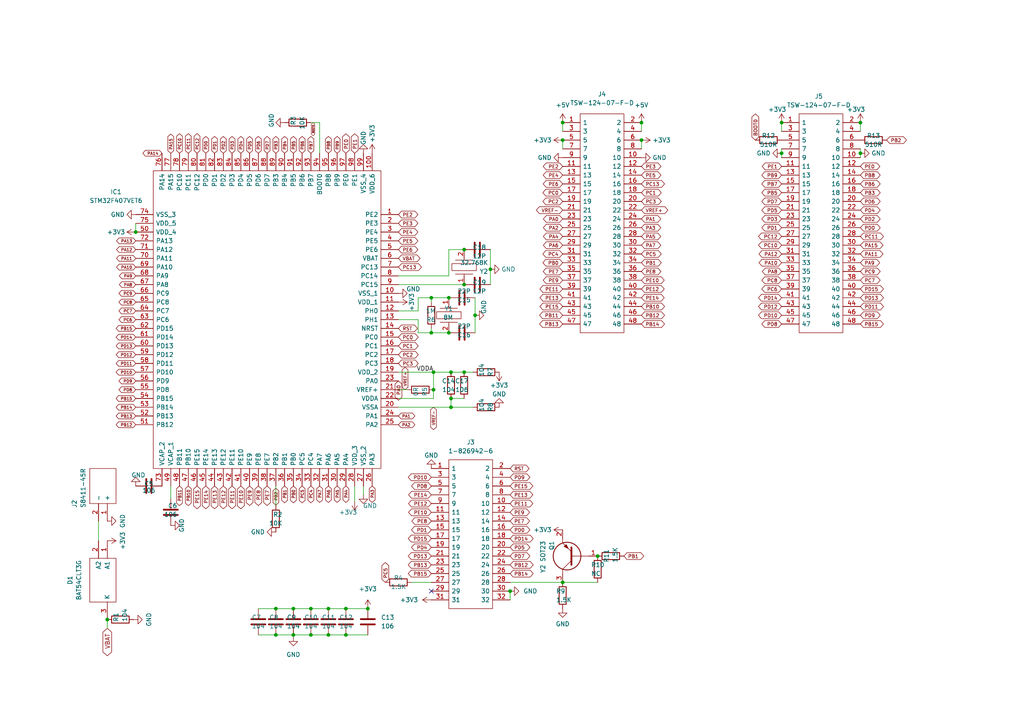
<source format=kicad_sch>
(kicad_sch (version 20211123) (generator eeschema)
  (paper "A4")
  (lib_symbols
    (symbol "Device:C" (pin_numbers hide) (pin_names (offset 0.254))
      (property "Reference" "C" (at 0.635 2.54 0))
      (property "Value" "C" (at 0.635 -2.54 0))
      (symbol "C_1_1"
        (pin passive line (at 0 3.81 270) (length 2.794) (name "~") (number "1"))
        (pin passive line (at 0 -3.81 90) (length 2.794) (name "~") (number "2"))
      )
    )
    (symbol "Device:R" (pin_numbers hide) (pin_names (offset 0))
      (property "Reference" "R" (at 2.032 0 90))
      (property "Value" "R" (at 0 0 90))
      (symbol "R_1_1"
        (pin passive line (at 0 3.81 270) (length 1.27) (name "~") (number "1"))
        (pin passive line (at 0 -3.81 90) (length 1.27) (name "~") (number "2"))
      )
    )
    (symbol "SamacSys_Parts:1-826942-6" (pin_names (offset 0.762))
      (property "Reference" "J" (at 19.05 7.62 0))
      (property "Value" "1-826942-6" (at 19.05 5.08 0))
      (symbol "1-826942-6_0_0"
        (pin passive line (at 0 0 0) (length 5.08) (name "1") (number "1"))
        (pin passive line (at 22.86 -10.16 180) (length 5.08) (name "10") (number "10"))
        (pin passive line (at 0 -12.7 0) (length 5.08) (name "11") (number "11"))
        (pin passive line (at 22.86 -12.7 180) (length 5.08) (name "12") (number "12"))
        (pin passive line (at 0 -15.24 0) (length 5.08) (name "13") (number "13"))
        (pin passive line (at 22.86 -15.24 180) (length 5.08) (name "14") (number "14"))
        (pin passive line (at 0 -17.78 0) (length 5.08) (name "15") (number "15"))
        (pin passive line (at 22.86 -17.78 180) (length 5.08) (name "16") (number "16"))
        (pin passive line (at 0 -20.32 0) (length 5.08) (name "17") (number "17"))
        (pin passive line (at 22.86 -20.32 180) (length 5.08) (name "18") (number "18"))
        (pin passive line (at 0 -22.86 0) (length 5.08) (name "19") (number "19"))
        (pin passive line (at 22.86 0 180) (length 5.08) (name "2") (number "2"))
        (pin passive line (at 22.86 -22.86 180) (length 5.08) (name "20") (number "20"))
        (pin passive line (at 0 -25.4 0) (length 5.08) (name "21") (number "21"))
        (pin passive line (at 22.86 -25.4 180) (length 5.08) (name "22") (number "22"))
        (pin passive line (at 0 -27.94 0) (length 5.08) (name "23") (number "23"))
        (pin passive line (at 22.86 -27.94 180) (length 5.08) (name "24") (number "24"))
        (pin passive line (at 0 -30.48 0) (length 5.08) (name "25") (number "25"))
        (pin passive line (at 22.86 -30.48 180) (length 5.08) (name "26") (number "26"))
        (pin passive line (at 0 -33.02 0) (length 5.08) (name "27") (number "27"))
        (pin passive line (at 22.86 -33.02 180) (length 5.08) (name "28") (number "28"))
        (pin passive line (at 0 -35.56 0) (length 5.08) (name "29") (number "29"))
        (pin passive line (at 0 -2.54 0) (length 5.08) (name "3") (number "3"))
        (pin passive line (at 22.86 -35.56 180) (length 5.08) (name "30") (number "30"))
        (pin passive line (at 0 -38.1 0) (length 5.08) (name "31") (number "31"))
        (pin passive line (at 22.86 -38.1 180) (length 5.08) (name "32") (number "32"))
        (pin passive line (at 22.86 -2.54 180) (length 5.08) (name "4") (number "4"))
        (pin passive line (at 0 -5.08 0) (length 5.08) (name "5") (number "5"))
        (pin passive line (at 22.86 -5.08 180) (length 5.08) (name "6") (number "6"))
        (pin passive line (at 0 -7.62 0) (length 5.08) (name "7") (number "7"))
        (pin passive line (at 22.86 -7.62 180) (length 5.08) (name "8") (number "8"))
        (pin passive line (at 0 -10.16 0) (length 5.08) (name "9") (number "9"))
      )
    )
    (symbol "SamacSys_Parts:BAT54CLT3G" (pin_names (offset 0.762))
      (property "Reference" "D" (at 19.05 7.62 0))
      (property "Value" "BAT54CLT3G" (at 19.05 5.08 0))
      (symbol "BAT54CLT3G_0_0"
        (pin passive line (at 0 0 0) (length 5.08) (name "A1") (number "1"))
        (pin passive line (at 0 -2.54 0) (length 5.08) (name "A2") (number "2"))
        (pin passive line (at 22.86 0 180) (length 5.08) (name "K") (number "3"))
      )
    )
    (symbol "SamacSys_Parts:LFXTAL057135Bulk" (pin_names (offset 0.762))
      (property "Reference" "Y" (at 8.89 6.35 0))
      (property "Value" "LFXTAL057135Bulk" (at 8.89 3.81 0))
      (symbol "LFXTAL057135Bulk_0_0"
        (pin passive line (at 0 0 0) (length 2.54) (name "~") (number "1"))
        (pin passive line (at 10.16 0 180) (length 2.54) (name "~") (number "2"))
      )
    )
    (symbol "SamacSys_Parts:MMBT3906-7-F" (pin_names (offset 0.762))
      (property "Reference" "Q" (at 13.97 1.27 0))
      (property "Value" "MMBT3906-7-F" (at 13.97 -1.27 0))
      (symbol "MMBT3906-7-F_0_0"
        (pin passive line (at 0 0 0) (length 2.54) (name "~") (number "1"))
        (pin passive line (at 10.16 -7.62 90) (length 2.54) (name "~") (number "2"))
        (pin passive line (at 10.16 7.62 270) (length 2.54) (name "~") (number "3"))
      )
    )
    (symbol "SamacSys_Parts:S8411-45R" (pin_names (offset 0.762))
      (property "Reference" "J" (at 16.51 7.62 0))
      (property "Value" "S8411-45R" (at 16.51 5.08 0))
      (symbol "S8411-45R_0_0"
        (pin passive line (at 0 -2.54 0) (length 5.08) (name "+") (number "1"))
        (pin passive line (at 0 0 0) (length 5.08) (name "-") (number "2"))
      )
    )
    (symbol "SamacSys_Parts:STM32F407VET6" (pin_names (offset 0.762))
      (property "Reference" "IC" (at 72.39 17.78 0))
      (property "Value" "STM32F407VET6" (at 72.39 15.24 0))
      (symbol "STM32F407VET6_0_0"
        (pin passive line (at 0 0 0) (length 5.08) (name "PE2") (number "1"))
        (pin passive line (at 0 -22.86 0) (length 5.08) (name "VSS_1") (number "10"))
        (pin passive line (at 7.62 17.78 270) (length 5.08) (name "VDD_6") (number "100"))
        (pin passive line (at 0 -25.4 0) (length 5.08) (name "VDD_1") (number "11"))
        (pin passive line (at 0 -27.94 0) (length 5.08) (name "PH0") (number "12"))
        (pin passive line (at 0 -30.48 0) (length 5.08) (name "PH1") (number "13"))
        (pin passive line (at 0 -33.02 0) (length 5.08) (name "NRST") (number "14"))
        (pin passive line (at 0 -35.56 0) (length 5.08) (name "PC0") (number "15"))
        (pin passive line (at 0 -38.1 0) (length 5.08) (name "PC1") (number "16"))
        (pin passive line (at 0 -40.64 0) (length 5.08) (name "PC2") (number "17"))
        (pin passive line (at 0 -43.18 0) (length 5.08) (name "PC3") (number "18"))
        (pin passive line (at 0 -45.72 0) (length 5.08) (name "VDD_2") (number "19"))
        (pin passive line (at 0 -2.54 0) (length 5.08) (name "PE3") (number "2"))
        (pin passive line (at 0 -55.88 0) (length 5.08) (name "VSSA") (number "20"))
        (pin passive line (at 0 -50.8 0) (length 5.08) (name "VREF+") (number "21"))
        (pin passive line (at 0 -53.34 0) (length 5.08) (name "VDDA") (number "22"))
        (pin passive line (at 0 -48.26 0) (length 5.08) (name "PA0") (number "23"))
        (pin passive line (at 0 -58.42 0) (length 5.08) (name "PA1") (number "24"))
        (pin passive line (at 0 -60.96 0) (length 5.08) (name "PA2") (number "25"))
        (pin passive line (at 7.62 -78.74 90) (length 5.08) (name "PA3") (number "26"))
        (pin passive line (at 10.16 -78.74 90) (length 5.08) (name "VSS_2") (number "27"))
        (pin passive line (at 12.7 -78.74 90) (length 5.08) (name "VDD_3") (number "28"))
        (pin passive line (at 15.24 -78.74 90) (length 5.08) (name "PA4") (number "29"))
        (pin passive line (at 0 -5.08 0) (length 5.08) (name "PE4") (number "3"))
        (pin passive line (at 17.78 -78.74 90) (length 5.08) (name "PA5") (number "30"))
        (pin passive line (at 20.32 -78.74 90) (length 5.08) (name "PA6") (number "31"))
        (pin passive line (at 22.86 -78.74 90) (length 5.08) (name "PA7") (number "32"))
        (pin passive line (at 25.4 -78.74 90) (length 5.08) (name "PC4") (number "33"))
        (pin passive line (at 27.94 -78.74 90) (length 5.08) (name "PC5") (number "34"))
        (pin passive line (at 30.48 -78.74 90) (length 5.08) (name "PB0") (number "35"))
        (pin passive line (at 33.02 -78.74 90) (length 5.08) (name "PB1") (number "36"))
        (pin passive line (at 35.56 -78.74 90) (length 5.08) (name "PB2") (number "37"))
        (pin passive line (at 38.1 -78.74 90) (length 5.08) (name "PE7") (number "38"))
        (pin passive line (at 40.64 -78.74 90) (length 5.08) (name "PE8") (number "39"))
        (pin passive line (at 0 -7.62 0) (length 5.08) (name "PE5") (number "4"))
        (pin passive line (at 43.18 -78.74 90) (length 5.08) (name "PE9") (number "40"))
        (pin passive line (at 45.72 -78.74 90) (length 5.08) (name "PE10") (number "41"))
        (pin passive line (at 48.26 -78.74 90) (length 5.08) (name "PE11") (number "42"))
        (pin passive line (at 50.8 -78.74 90) (length 5.08) (name "PE12") (number "43"))
        (pin passive line (at 53.34 -78.74 90) (length 5.08) (name "PE13") (number "44"))
        (pin passive line (at 55.88 -78.74 90) (length 5.08) (name "PE14") (number "45"))
        (pin passive line (at 58.42 -78.74 90) (length 5.08) (name "PE15") (number "46"))
        (pin passive line (at 60.96 -78.74 90) (length 5.08) (name "PB10") (number "47"))
        (pin passive line (at 63.5 -78.74 90) (length 5.08) (name "PB11") (number "48"))
        (pin passive line (at 66.04 -78.74 90) (length 5.08) (name "VCAP_1") (number "49"))
        (pin passive line (at 0 -10.16 0) (length 5.08) (name "PE6") (number "5"))
        (pin passive line (at 76.2 -5.08 180) (length 5.08) (name "VDD_4") (number "50"))
        (pin passive line (at 76.2 -60.96 180) (length 5.08) (name "PB12") (number "51"))
        (pin passive line (at 76.2 -58.42 180) (length 5.08) (name "PB13") (number "52"))
        (pin passive line (at 76.2 -55.88 180) (length 5.08) (name "PB14") (number "53"))
        (pin passive line (at 76.2 -53.34 180) (length 5.08) (name "PB15") (number "54"))
        (pin passive line (at 76.2 -50.8 180) (length 5.08) (name "PD8") (number "55"))
        (pin passive line (at 76.2 -48.26 180) (length 5.08) (name "PD9") (number "56"))
        (pin passive line (at 76.2 -45.72 180) (length 5.08) (name "PD10") (number "57"))
        (pin passive line (at 76.2 -43.18 180) (length 5.08) (name "PD11") (number "58"))
        (pin passive line (at 76.2 -40.64 180) (length 5.08) (name "PD12") (number "59"))
        (pin passive line (at 0 -12.7 0) (length 5.08) (name "VBAT") (number "6"))
        (pin passive line (at 76.2 -38.1 180) (length 5.08) (name "PD13") (number "60"))
        (pin passive line (at 76.2 -35.56 180) (length 5.08) (name "PD14") (number "61"))
        (pin passive line (at 76.2 -33.02 180) (length 5.08) (name "PD15") (number "62"))
        (pin passive line (at 76.2 -30.48 180) (length 5.08) (name "PC6") (number "63"))
        (pin passive line (at 76.2 -27.94 180) (length 5.08) (name "PC7") (number "64"))
        (pin passive line (at 76.2 -25.4 180) (length 5.08) (name "PC8") (number "65"))
        (pin passive line (at 76.2 -22.86 180) (length 5.08) (name "PC9") (number "66"))
        (pin passive line (at 76.2 -20.32 180) (length 5.08) (name "PA8") (number "67"))
        (pin passive line (at 76.2 -17.78 180) (length 5.08) (name "PA9") (number "68"))
        (pin passive line (at 76.2 -15.24 180) (length 5.08) (name "PA10") (number "69"))
        (pin passive line (at 0 -15.24 0) (length 5.08) (name "PC13") (number "7"))
        (pin passive line (at 76.2 -12.7 180) (length 5.08) (name "PA11") (number "70"))
        (pin passive line (at 76.2 -10.16 180) (length 5.08) (name "PA12") (number "71"))
        (pin passive line (at 76.2 -7.62 180) (length 5.08) (name "PA13") (number "72"))
        (pin passive line (at 68.58 -78.74 90) (length 5.08) (name "VCAP_2") (number "73"))
        (pin passive line (at 76.2 0 180) (length 5.08) (name "VSS_3") (number "74"))
        (pin passive line (at 76.2 -2.54 180) (length 5.08) (name "VDD_5") (number "75"))
        (pin passive line (at 68.58 17.78 270) (length 5.08) (name "PA14") (number "76"))
        (pin passive line (at 66.04 17.78 270) (length 5.08) (name "PA15") (number "77"))
        (pin passive line (at 63.5 17.78 270) (length 5.08) (name "PC10") (number "78"))
        (pin passive line (at 60.96 17.78 270) (length 5.08) (name "PC11") (number "79"))
        (pin passive line (at 0 -17.78 0) (length 5.08) (name "PC14") (number "8"))
        (pin passive line (at 58.42 17.78 270) (length 5.08) (name "PC12") (number "80"))
        (pin passive line (at 55.88 17.78 270) (length 5.08) (name "PD0") (number "81"))
        (pin passive line (at 53.34 17.78 270) (length 5.08) (name "PD1") (number "82"))
        (pin passive line (at 50.8 17.78 270) (length 5.08) (name "PD2") (number "83"))
        (pin passive line (at 48.26 17.78 270) (length 5.08) (name "PD3") (number "84"))
        (pin passive line (at 45.72 17.78 270) (length 5.08) (name "PD4") (number "85"))
        (pin passive line (at 43.18 17.78 270) (length 5.08) (name "PD5") (number "86"))
        (pin passive line (at 40.64 17.78 270) (length 5.08) (name "PD6") (number "87"))
        (pin passive line (at 38.1 17.78 270) (length 5.08) (name "PD7") (number "88"))
        (pin passive line (at 35.56 17.78 270) (length 5.08) (name "PB3") (number "89"))
        (pin passive line (at 0 -20.32 0) (length 5.08) (name "PC15") (number "9"))
        (pin passive line (at 33.02 17.78 270) (length 5.08) (name "PB4") (number "90"))
        (pin passive line (at 30.48 17.78 270) (length 5.08) (name "PB5") (number "91"))
        (pin passive line (at 27.94 17.78 270) (length 5.08) (name "PB6") (number "92"))
        (pin passive line (at 25.4 17.78 270) (length 5.08) (name "PB7") (number "93"))
        (pin passive line (at 22.86 17.78 270) (length 5.08) (name "BOOT0") (number "94"))
        (pin passive line (at 20.32 17.78 270) (length 5.08) (name "PB8") (number "95"))
        (pin passive line (at 17.78 17.78 270) (length 5.08) (name "PB9") (number "96"))
        (pin passive line (at 15.24 17.78 270) (length 5.08) (name "PE0") (number "97"))
        (pin passive line (at 12.7 17.78 270) (length 5.08) (name "PE1") (number "98"))
        (pin passive line (at 10.16 17.78 270) (length 5.08) (name "VSS_4") (number "99"))
      )
    )
    (symbol "SamacSys_Parts:TSW-124-07-F-D" (pin_names (offset 0.762))
      (property "Reference" "J" (at 19.05 7.62 0))
      (property "Value" "TSW-124-07-F-D" (at 19.05 5.08 0))
      (symbol "TSW-124-07-F-D_0_0"
        (pin passive line (at 0 0 0) (length 5.08) (name "1") (number "1"))
        (pin passive line (at 22.86 -10.16 180) (length 5.08) (name "10") (number "10"))
        (pin passive line (at 0 -12.7 0) (length 5.08) (name "11") (number "11"))
        (pin passive line (at 22.86 -12.7 180) (length 5.08) (name "12") (number "12"))
        (pin passive line (at 0 -15.24 0) (length 5.08) (name "13") (number "13"))
        (pin passive line (at 22.86 -15.24 180) (length 5.08) (name "14") (number "14"))
        (pin passive line (at 0 -17.78 0) (length 5.08) (name "15") (number "15"))
        (pin passive line (at 22.86 -17.78 180) (length 5.08) (name "16") (number "16"))
        (pin passive line (at 0 -20.32 0) (length 5.08) (name "17") (number "17"))
        (pin passive line (at 22.86 -20.32 180) (length 5.08) (name "18") (number "18"))
        (pin passive line (at 0 -22.86 0) (length 5.08) (name "19") (number "19"))
        (pin passive line (at 22.86 0 180) (length 5.08) (name "2") (number "2"))
        (pin passive line (at 22.86 -22.86 180) (length 5.08) (name "20") (number "20"))
        (pin passive line (at 0 -25.4 0) (length 5.08) (name "21") (number "21"))
        (pin passive line (at 22.86 -25.4 180) (length 5.08) (name "22") (number "22"))
        (pin passive line (at 0 -27.94 0) (length 5.08) (name "23") (number "23"))
        (pin passive line (at 22.86 -27.94 180) (length 5.08) (name "24") (number "24"))
        (pin passive line (at 0 -30.48 0) (length 5.08) (name "25") (number "25"))
        (pin passive line (at 22.86 -30.48 180) (length 5.08) (name "26") (number "26"))
        (pin passive line (at 0 -33.02 0) (length 5.08) (name "27") (number "27"))
        (pin passive line (at 22.86 -33.02 180) (length 5.08) (name "28") (number "28"))
        (pin passive line (at 0 -35.56 0) (length 5.08) (name "29") (number "29"))
        (pin passive line (at 0 -2.54 0) (length 5.08) (name "3") (number "3"))
        (pin passive line (at 22.86 -35.56 180) (length 5.08) (name "30") (number "30"))
        (pin passive line (at 0 -38.1 0) (length 5.08) (name "31") (number "31"))
        (pin passive line (at 22.86 -38.1 180) (length 5.08) (name "32") (number "32"))
        (pin passive line (at 0 -40.64 0) (length 5.08) (name "33") (number "33"))
        (pin passive line (at 22.86 -40.64 180) (length 5.08) (name "34") (number "34"))
        (pin passive line (at 0 -43.18 0) (length 5.08) (name "35") (number "35"))
        (pin passive line (at 22.86 -43.18 180) (length 5.08) (name "36") (number "36"))
        (pin passive line (at 0 -45.72 0) (length 5.08) (name "37") (number "37"))
        (pin passive line (at 22.86 -45.72 180) (length 5.08) (name "38") (number "38"))
        (pin passive line (at 0 -48.26 0) (length 5.08) (name "39") (number "39"))
        (pin passive line (at 22.86 -2.54 180) (length 5.08) (name "4") (number "4"))
        (pin passive line (at 22.86 -48.26 180) (length 5.08) (name "40") (number "40"))
        (pin passive line (at 0 -50.8 0) (length 5.08) (name "41") (number "41"))
        (pin passive line (at 22.86 -50.8 180) (length 5.08) (name "42") (number "42"))
        (pin passive line (at 0 -53.34 0) (length 5.08) (name "43") (number "43"))
        (pin passive line (at 22.86 -53.34 180) (length 5.08) (name "44") (number "44"))
        (pin passive line (at 0 -55.88 0) (length 5.08) (name "45") (number "45"))
        (pin passive line (at 22.86 -55.88 180) (length 5.08) (name "46") (number "46"))
        (pin passive line (at 0 -58.42 0) (length 5.08) (name "47") (number "47"))
        (pin passive line (at 22.86 -58.42 180) (length 5.08) (name "48") (number "48"))
        (pin passive line (at 0 -5.08 0) (length 5.08) (name "5") (number "5"))
        (pin passive line (at 22.86 -5.08 180) (length 5.08) (name "6") (number "6"))
        (pin passive line (at 0 -7.62 0) (length 5.08) (name "7") (number "7"))
        (pin passive line (at 22.86 -7.62 180) (length 5.08) (name "8") (number "8"))
        (pin passive line (at 0 -10.16 0) (length 5.08) (name "9") (number "9"))
      )
    )
    (symbol "power:+3V3" (power) (pin_names (offset 0))
      (property "Value" "+3V3" (at 0 3.556 0))
      (symbol "+3V3_1_1"
        (pin power_in line (at 0 0 90) (length 0) hide (name "+3V3") (number "1"))
      )
    )
    (symbol "power:+5V" (power) (pin_names (offset 0))
      (property "Value" "+5V" (at 0 3.556 0))
      (symbol "+5V_1_1"
        (pin power_in line (at 0 0 90) (length 0) hide (name "+5V") (number "1"))
      )
    )
    (symbol "power:GND" (power) (pin_names (offset 0))
      (property "Value" "GND" (at 0 -3.81 0))
      (symbol "GND_1_1"
        (pin power_in line (at 0 0 270) (length 0) hide (name "GND") (number "1"))
      )
    )
  )
  (junction (at 249.555 44.45))
  (junction (at 186.055 40.64))
  (junction (at 31.115 179.705))
  (junction (at 134.62 82.55))
  (junction (at 39.37 67.31))
  (junction (at 95.25 184.15))
  (junction (at 130.81 107.95))
  (junction (at 226.695 35.56))
  (junction (at 186.055 35.56))
  (junction (at 125.095 86.36))
  (junction (at 130.175 86.36))
  (junction (at 130.81 118.11))
  (junction (at 80.01 184.15))
  (junction (at 163.195 168.91))
  (junction (at 125.73 107.95))
  (junction (at 173.355 161.29))
  (junction (at 85.09 176.53))
  (junction (at 125.095 96.52))
  (junction (at 100.33 176.53))
  (junction (at 137.795 91.44))
  (junction (at 85.09 184.15))
  (junction (at 90.17 184.15))
  (junction (at 226.695 44.45))
  (junction (at 142.24 78.105))
  (junction (at 163.195 40.64))
  (junction (at 249.555 35.56))
  (junction (at 95.25 176.53))
  (junction (at 130.81 115.57))
  (junction (at 106.68 176.53))
  (junction (at 125.73 113.03))
  (junction (at 100.33 184.15))
  (junction (at 80.01 176.53))
  (junction (at 134.62 72.39))
  (junction (at 90.17 176.53))
  (junction (at 130.175 96.52))
  (junction (at 163.195 35.56))
  (junction (at 134.62 107.95))
  (junction (at 147.955 171.45))
  (no_connect (at 125.095 171.45))
  (wire (pts (xy 121.285 90.17) (xy 121.285 86.36)))
  (wire (pts (xy 125.095 96.52) (xy 130.175 96.52)))
  (wire (pts (xy 125.73 107.95) (xy 125.73 113.03)))
  (wire (pts (xy 134.62 82.55) (xy 115.57 82.55)))
  (wire (pts (xy 80.01 146.685) (xy 80.01 140.97)))
  (wire (pts (xy 115.57 80.01) (xy 130.175 80.01)))
  (wire (pts (xy 130.175 80.01) (xy 130.175 72.39)))
  (wire (pts (xy 105.41 143.51) (xy 105.41 140.97)))
  (wire (pts (xy 226.695 35.56) (xy 226.695 38.1)))
  (wire (pts (xy 130.81 118.11) (xy 115.57 118.11)))
  (wire (pts (xy 163.195 40.64) (xy 163.195 43.18)))
  (wire (pts (xy 134.62 115.57) (xy 130.81 115.57)))
  (wire (pts (xy 147.955 171.45) (xy 147.955 173.99)))
  (wire (pts (xy 130.175 86.36) (xy 125.095 86.36)))
  (wire (pts (xy 137.795 86.36) (xy 137.795 91.44)))
  (wire (pts (xy 173.355 168.91) (xy 163.195 168.91)))
  (wire (pts (xy 130.81 115.57) (xy 130.81 118.11)))
  (wire (pts (xy 49.53 144.78) (xy 49.53 140.97)))
  (wire (pts (xy 85.09 176.53) (xy 90.17 176.53)))
  (wire (pts (xy 100.33 184.15) (xy 106.68 184.15)))
  (wire (pts (xy 130.81 107.95) (xy 125.73 107.95)))
  (wire (pts (xy 80.01 184.15) (xy 85.09 184.15)))
  (wire (pts (xy 125.73 107.95) (xy 115.57 107.95)))
  (wire (pts (xy 80.01 176.53) (xy 85.09 176.53)))
  (wire (pts (xy 125.73 115.57) (xy 125.73 113.03)))
  (wire (pts (xy 142.24 72.39) (xy 142.24 78.105)))
  (wire (pts (xy 134.62 107.95) (xy 130.81 107.95)))
  (wire (pts (xy 119.38 168.91) (xy 125.095 168.91)))
  (wire (pts (xy 92.71 35.56) (xy 90.17 35.56)))
  (wire (pts (xy 85.09 184.15) (xy 90.17 184.15)))
  (wire (pts (xy 125.73 115.57) (xy 115.57 115.57)))
  (wire (pts (xy 121.285 96.52) (xy 125.095 96.52)))
  (wire (pts (xy 95.25 176.53) (xy 100.33 176.53)))
  (wire (pts (xy 249.555 35.56) (xy 249.555 38.1)))
  (wire (pts (xy 137.795 91.44) (xy 137.795 96.52)))
  (wire (pts (xy 147.955 168.91) (xy 163.195 168.91)))
  (wire (pts (xy 74.93 184.15) (xy 80.01 184.15)))
  (wire (pts (xy 226.695 43.18) (xy 226.695 44.45)))
  (wire (pts (xy 249.555 44.45) (xy 249.555 45.72)))
  (wire (pts (xy 125.095 95.25) (xy 125.095 96.52)))
  (wire (pts (xy 92.71 35.56) (xy 92.71 44.45)))
  (wire (pts (xy 186.055 40.64) (xy 186.055 43.18)))
  (wire (pts (xy 115.57 90.17) (xy 121.285 90.17)))
  (wire (pts (xy 90.17 184.15) (xy 95.25 184.15)))
  (wire (pts (xy 226.695 44.45) (xy 226.695 45.72)))
  (wire (pts (xy 130.175 72.39) (xy 134.62 72.39)))
  (wire (pts (xy 102.87 145.415) (xy 102.87 140.97)))
  (wire (pts (xy 100.33 176.53) (xy 106.68 176.53)))
  (wire (pts (xy 186.055 35.56) (xy 186.055 38.1)))
  (wire (pts (xy 163.195 169.545) (xy 163.195 168.91)))
  (wire (pts (xy 85.09 184.785) (xy 85.09 184.15)))
  (wire (pts (xy 125.095 87.63) (xy 125.095 86.36)))
  (wire (pts (xy 121.285 86.36) (xy 125.095 86.36)))
  (wire (pts (xy 121.285 92.71) (xy 121.285 96.52)))
  (wire (pts (xy 163.195 35.56) (xy 163.195 38.1)))
  (wire (pts (xy 39.37 64.77) (xy 39.37 67.31)))
  (wire (pts (xy 118.11 113.03) (xy 115.57 113.03)))
  (wire (pts (xy 90.17 176.53) (xy 95.25 176.53)))
  (wire (pts (xy 95.25 184.15) (xy 100.33 184.15)))
  (wire (pts (xy 31.115 182.245) (xy 31.115 179.705)))
  (wire (pts (xy 249.555 43.18) (xy 249.555 44.45)))
  (wire (pts (xy 137.16 107.95) (xy 134.62 107.95)))
  (wire (pts (xy 142.24 78.105) (xy 142.24 82.55)))
  (wire (pts (xy 137.16 118.11) (xy 130.81 118.11)))
  (wire (pts (xy 28.575 156.845) (xy 28.575 151.13)))
  (wire (pts (xy 74.93 176.53) (xy 80.01 176.53)))
  (wire (pts (xy 115.57 92.71) (xy 121.285 92.71)))
  (label "VDDA" (at 125.73 107.95 180))
  (global_label "PD5" (shape bidirectional) (at 226.695 60.96 180) (effects (font (size 1 1))) (property "Intersheet References" "${INTERSHEET_REFS}" (effects hide)))
  (global_label "PA9" (shape bidirectional) (at 249.555 76.2 0) (effects (font (size 1 1))) (property "Intersheet References" "${INTERSHEET_REFS}" (effects hide)))
  (global_label "PD4" (shape bidirectional) (at 69.85 44.45 90) (effects (font (size 0.85 0.85))) (property "Intersheet References" "${INTERSHEET_REFS}" (effects hide)))
  (global_label "PD6" (shape bidirectional) (at 74.93 44.45 90) (effects (font (size 0.85 0.85))) (property "Intersheet References" "${INTERSHEET_REFS}" (effects hide)))
  (global_label "PB14" (shape bidirectional) (at 39.37 118.11 180) (effects (font (size 0.85 0.85))) (property "Intersheet References" "${INTERSHEET_REFS}" (effects hide)))
  (global_label "PC2" (shape bidirectional) (at 115.57 102.87 0) (effects (font (size 1 1))) (property "Intersheet References" "${INTERSHEET_REFS}" (effects hide)))
  (global_label "BOOT0" (shape bidirectional) (at 219.075 40.64 90) (effects (font (size 1 1))) (property "Intersheet References" "${INTERSHEET_REFS}" (effects hide)))
  (global_label "PE13" (shape bidirectional) (at 62.23 140.97 270) (effects (font (size 1 1))) (property "Intersheet References" "${INTERSHEET_REFS}" (effects hide)))
  (global_label "PD1" (shape bidirectional) (at 125.095 153.67 180) (effects (font (size 1 1))) (property "Intersheet References" "${INTERSHEET_REFS}" (effects hide)))
  (global_label "VREF+" (shape bidirectional) (at 186.055 60.96 0) (effects (font (size 1 1))) (property "Intersheet References" "${INTERSHEET_REFS}" (effects hide)))
  (global_label "PD12" (shape bidirectional) (at 39.37 102.87 180) (effects (font (size 0.85 0.85))) (property "Intersheet References" "${INTERSHEET_REFS}" (effects hide)))
  (global_label "PC7" (shape bidirectional) (at 39.37 90.17 180) (effects (font (size 0.85 0.85))) (property "Intersheet References" "${INTERSHEET_REFS}" (effects hide)))
  (global_label "PE6" (shape bidirectional) (at 163.195 53.34 180) (effects (font (size 1 1))) (property "Intersheet References" "${INTERSHEET_REFS}" (effects hide)))
  (global_label "PA3" (shape bidirectional) (at 107.95 140.97 270) (effects (font (size 0.85 0.85))) (property "Intersheet References" "${INTERSHEET_REFS}" (effects hide)))
  (global_label "PB12" (shape bidirectional) (at 39.37 123.19 180) (effects (font (size 0.85 0.85))) (property "Intersheet References" "${INTERSHEET_REFS}" (effects hide)))
  (global_label "PD6" (shape bidirectional) (at 249.555 58.42 0) (effects (font (size 1 1))) (property "Intersheet References" "${INTERSHEET_REFS}" (effects hide)))
  (global_label "PB8" (shape bidirectional) (at 249.555 50.8 0) (effects (font (size 1 1))) (property "Intersheet References" "${INTERSHEET_REFS}" (effects hide)))
  (global_label "PD1" (shape bidirectional) (at 62.23 44.45 90) (effects (font (size 0.85 0.85))) (property "Intersheet References" "${INTERSHEET_REFS}" (effects hide)))
  (global_label "PE12" (shape bidirectional) (at 64.77 140.97 270) (effects (font (size 1 1))) (property "Intersheet References" "${INTERSHEET_REFS}" (effects hide)))
  (global_label "PB2" (shape bidirectional) (at 80.01 141.605 270) (effects (font (size 0.85 0.85))) (property "Intersheet References" "${INTERSHEET_REFS}" (effects hide)))
  (global_label "VREF+" (shape bidirectional) (at 117.475 113.03 90) (effects (font (size 0.85 0.85))) (property "Intersheet References" "${INTERSHEET_REFS}" (effects hide)))
  (global_label "PD0" (shape bidirectional) (at 249.555 66.04 0) (effects (font (size 1 1))) (property "Intersheet References" "${INTERSHEET_REFS}" (effects hide)))
  (global_label "PB5" (shape bidirectional) (at 85.09 44.45 90) (effects (font (size 0.85 0.85))) (property "Intersheet References" "${INTERSHEET_REFS}" (effects hide)))
  (global_label "PA1" (shape bidirectional) (at 115.57 120.65 0) (effects (font (size 0.85 0.85))) (property "Intersheet References" "${INTERSHEET_REFS}" (effects hide)))
  (global_label "PD13" (shape bidirectional) (at 249.555 86.36 0) (effects (font (size 1 1))) (property "Intersheet References" "${INTERSHEET_REFS}" (effects hide)))
  (global_label "PC6" (shape bidirectional) (at 226.695 83.82 180) (effects (font (size 1 1))) (property "Intersheet References" "${INTERSHEET_REFS}" (effects hide)))
  (global_label "PE15" (shape bidirectional) (at 147.955 140.97 0) (effects (font (size 1 1))) (property "Intersheet References" "${INTERSHEET_REFS}" (effects hide)))
  (global_label "PA6" (shape bidirectional) (at 95.25 140.97 270) (effects (font (size 0.85 0.85))) (property "Intersheet References" "${INTERSHEET_REFS}" (effects hide)))
  (global_label "PC6" (shape bidirectional) (at 39.37 92.71 180) (effects (font (size 0.85 0.85))) (property "Intersheet References" "${INTERSHEET_REFS}" (effects hide)))
  (global_label "VBAT" (shape bidirectional) (at 31.115 182.245 270) (property "Intersheet References" "${INTERSHEET_REFS}" (effects hide)))
  (global_label "PD8" (shape bidirectional) (at 226.695 93.98 180) (effects (font (size 1 1))) (property "Intersheet References" "${INTERSHEET_REFS}" (effects hide)))
  (global_label "PE12" (shape bidirectional) (at 186.055 83.82 0) (effects (font (size 1 1))) (property "Intersheet References" "${INTERSHEET_REFS}" (effects hide)))
  (global_label "PB7" (shape bidirectional) (at 226.695 53.34 180) (effects (font (size 1 1))) (property "Intersheet References" "${INTERSHEET_REFS}" (effects hide)))
  (global_label "PA0" (shape bidirectional) (at 115.57 110.49 270) (effects (font (size 1 1))) (property "Intersheet References" "${INTERSHEET_REFS}" (effects hide)))
  (global_label "PB12" (shape bidirectional) (at 147.955 163.83 0) (effects (font (size 1 1))) (property "Intersheet References" "${INTERSHEET_REFS}" (effects hide)))
  (global_label "PE9" (shape bidirectional) (at 72.39 140.97 270) (effects (font (size 1 1))) (property "Intersheet References" "${INTERSHEET_REFS}" (effects hide)))
  (global_label "PE8" (shape bidirectional) (at 125.095 151.13 180) (effects (font (size 1 1))) (property "Intersheet References" "${INTERSHEET_REFS}" (effects hide)))
  (global_label "PE4" (shape bidirectional) (at 163.195 50.8 180) (effects (font (size 1 1))) (property "Intersheet References" "${INTERSHEET_REFS}" (effects hide)))
  (global_label "PB1" (shape bidirectional) (at 186.055 76.2 0) (effects (font (size 1 1))) (property "Intersheet References" "${INTERSHEET_REFS}" (effects hide)))
  (global_label "PD9" (shape bidirectional) (at 147.955 138.43 0) (effects (font (size 1 1))) (property "Intersheet References" "${INTERSHEET_REFS}" (effects hide)))
  (global_label "PE5" (shape bidirectional) (at 186.055 50.8 0) (effects (font (size 1 1))) (property "Intersheet References" "${INTERSHEET_REFS}" (effects hide)))
  (global_label "PA5" (shape bidirectional) (at 186.055 68.58 0) (effects (font (size 1 1))) (property "Intersheet References" "${INTERSHEET_REFS}" (effects hide)))
  (global_label "PE0" (shape bidirectional) (at 100.33 44.45 90) (effects (font (size 1 1))) (property "Intersheet References" "${INTERSHEET_REFS}" (effects hide)))
  (global_label "PC10" (shape bidirectional) (at 226.695 71.12 180) (effects (font (size 1 1))) (property "Intersheet References" "${INTERSHEET_REFS}" (effects hide)))
  (global_label "PB13" (shape bidirectional) (at 125.095 163.83 180) (effects (font (size 1 1))) (property "Intersheet References" "${INTERSHEET_REFS}" (effects hide)))
  (global_label "PD4" (shape bidirectional) (at 249.555 60.96 0) (effects (font (size 1 1))) (property "Intersheet References" "${INTERSHEET_REFS}" (effects hide)))
  (global_label "PA7" (shape bidirectional) (at 186.055 71.12 0) (effects (font (size 1 1))) (property "Intersheet References" "${INTERSHEET_REFS}" (effects hide)))
  (global_label "PC5" (shape bidirectional) (at 186.055 73.66 0) (effects (font (size 1 1))) (property "Intersheet References" "${INTERSHEET_REFS}" (effects hide)))
  (global_label "PB1" (shape bidirectional) (at 180.975 161.29 0) (effects (font (size 1 1))) (property "Intersheet References" "${INTERSHEET_REFS}" (effects hide)))
  (global_label "PA12" (shape bidirectional) (at 39.37 72.39 180) (effects (font (size 0.85 0.85))) (property "Intersheet References" "${INTERSHEET_REFS}" (effects hide)))
  (global_label "PD10" (shape bidirectional) (at 125.095 138.43 180) (effects (font (size 1 1))) (property "Intersheet References" "${INTERSHEET_REFS}" (effects hide)))
  (global_label "PD11" (shape bidirectional) (at 249.555 88.9 0) (effects (font (size 1 1))) (property "Intersheet References" "${INTERSHEET_REFS}" (effects hide)))
  (global_label "PA3" (shape bidirectional) (at 186.055 66.04 0) (effects (font (size 1 1))) (property "Intersheet References" "${INTERSHEET_REFS}" (effects hide)))
  (global_label "PC7" (shape bidirectional) (at 249.555 81.28 0) (effects (font (size 1 1))) (property "Intersheet References" "${INTERSHEET_REFS}" (effects hide)))
  (global_label "PD8" (shape bidirectional) (at 125.095 140.97 180) (effects (font (size 1 1))) (property "Intersheet References" "${INTERSHEET_REFS}" (effects hide)))
  (global_label "PE14" (shape bidirectional) (at 186.055 86.36 0) (effects (font (size 1 1))) (property "Intersheet References" "${INTERSHEET_REFS}" (effects hide)))
  (global_label "PD13" (shape bidirectional) (at 39.37 100.33 180) (effects (font (size 0.85 0.85))) (property "Intersheet References" "${INTERSHEET_REFS}" (effects hide)))
  (global_label "PD5" (shape bidirectional) (at 72.39 44.45 90) (effects (font (size 0.85 0.85))) (property "Intersheet References" "${INTERSHEET_REFS}" (effects hide)))
  (global_label "PA15" (shape bidirectional) (at 49.53 44.45 90) (effects (font (size 0.85 0.85))) (property "Intersheet References" "${INTERSHEET_REFS}" (effects hide)))
  (global_label "PD12" (shape bidirectional) (at 226.695 88.9 180) (effects (font (size 1 1))) (property "Intersheet References" "${INTERSHEET_REFS}" (effects hide)))
  (global_label "PD0" (shape bidirectional) (at 59.69 44.45 90) (effects (font (size 0.85 0.85))) (property "Intersheet References" "${INTERSHEET_REFS}" (effects hide)))
  (global_label "PB15" (shape bidirectional) (at 249.555 93.98 0) (effects (font (size 1 1))) (property "Intersheet References" "${INTERSHEET_REFS}" (effects hide)))
  (global_label "VREF-" (shape bidirectional) (at 163.195 60.96 180) (effects (font (size 1 1))) (property "Intersheet References" "${INTERSHEET_REFS}" (effects hide)))
  (global_label "PA7" (shape bidirectional) (at 92.71 140.97 270) (effects (font (size 0.85 0.85))) (property "Intersheet References" "${INTERSHEET_REFS}" (effects hide)))
  (global_label "PE15" (shape bidirectional) (at 57.15 140.97 270) (effects (font (size 1 1))) (property "Intersheet References" "${INTERSHEET_REFS}" (effects hide)))
  (global_label "PE13" (shape bidirectional) (at 147.955 143.51 0) (effects (font (size 1 1))) (property "Intersheet References" "${INTERSHEET_REFS}" (effects hide)))
  (global_label "PD9" (shape bidirectional) (at 249.555 91.44 0) (effects (font (size 1 1))) (property "Intersheet References" "${INTERSHEET_REFS}" (effects hide)))
  (global_label "PC4" (shape bidirectional) (at 90.17 140.97 270) (effects (font (size 0.85 0.85))) (property "Intersheet References" "${INTERSHEET_REFS}" (effects hide)))
  (global_label "PA11" (shape bidirectional) (at 39.37 74.93 180) (effects (font (size 0.85 0.85))) (property "Intersheet References" "${INTERSHEET_REFS}" (effects hide)))
  (global_label "PE11" (shape bidirectional) (at 67.31 140.97 270) (effects (font (size 1 1))) (property "Intersheet References" "${INTERSHEET_REFS}" (effects hide)))
  (global_label "PB15" (shape bidirectional) (at 39.37 95.25 180) (effects (font (size 0.85 0.85))) (property "Intersheet References" "${INTERSHEET_REFS}" (effects hide)))
  (global_label "PB11" (shape bidirectional) (at 52.07 140.97 270) (effects (font (size 0.85 0.85))) (property "Intersheet References" "${INTERSHEET_REFS}" (effects hide)))
  (global_label "PB3" (shape bidirectional) (at 80.01 44.45 90) (effects (font (size 0.85 0.85))) (property "Intersheet References" "${INTERSHEET_REFS}" (effects hide)))
  (global_label "PD8" (shape bidirectional) (at 39.37 113.03 180) (effects (font (size 0.85 0.85))) (property "Intersheet References" "${INTERSHEET_REFS}" (effects hide)))
  (global_label "PA8" (shape bidirectional) (at 39.37 82.55 180) (effects (font (size 0.85 0.85))) (property "Intersheet References" "${INTERSHEET_REFS}" (effects hide)))
  (global_label "PA4" (shape bidirectional) (at 163.195 68.58 180) (effects (font (size 1 1))) (property "Intersheet References" "${INTERSHEET_REFS}" (effects hide)))
  (global_label "PB12" (shape bidirectional) (at 186.055 91.44 0) (effects (font (size 1 1))) (property "Intersheet References" "${INTERSHEET_REFS}" (effects hide)))
  (global_label "PE2" (shape bidirectional) (at 163.195 48.26 180) (effects (font (size 1 1))) (property "Intersheet References" "${INTERSHEET_REFS}" (effects hide)))
  (global_label "PE1" (shape bidirectional) (at 226.695 48.26 180) (effects (font (size 1 1))) (property "Intersheet References" "${INTERSHEET_REFS}" (effects hide)))
  (global_label "PB13" (shape bidirectional) (at 163.195 93.98 180) (effects (font (size 1 1))) (property "Intersheet References" "${INTERSHEET_REFS}" (effects hide)))
  (global_label "PD3" (shape bidirectional) (at 67.31 44.45 90) (effects (font (size 0.85 0.85))) (property "Intersheet References" "${INTERSHEET_REFS}" (effects hide)))
  (global_label "PE12" (shape bidirectional) (at 125.095 146.05 180) (effects (font (size 1 1))) (property "Intersheet References" "${INTERSHEET_REFS}" (effects hide)))
  (global_label "PA2" (shape bidirectional) (at 115.57 123.19 0) (effects (font (size 0.85 0.85))) (property "Intersheet References" "${INTERSHEET_REFS}" (effects hide)))
  (global_label "PD14" (shape bidirectional) (at 147.955 156.21 0) (effects (font (size 1 1))) (property "Intersheet References" "${INTERSHEET_REFS}" (effects hide)))
  (global_label "PC8" (shape bidirectional) (at 39.37 87.63 180) (effects (font (size 0.85 0.85))) (property "Intersheet References" "${INTERSHEET_REFS}" (effects hide)))
  (global_label "PC12" (shape bidirectional) (at 226.695 68.58 180) (effects (font (size 1 1))) (property "Intersheet References" "${INTERSHEET_REFS}" (effects hide)))
  (global_label "PD2" (shape bidirectional) (at 249.555 63.5 0) (effects (font (size 1 1))) (property "Intersheet References" "${INTERSHEET_REFS}" (effects hide)))
  (global_label "PB8" (shape bidirectional) (at 95.25 44.45 90) (effects (font (size 0.85 0.85))) (property "Intersheet References" "${INTERSHEET_REFS}" (effects hide)))
  (global_label "PC11" (shape bidirectional) (at 54.61 44.45 90) (effects (font (size 0.85 0.85))) (property "Intersheet References" "${INTERSHEET_REFS}" (effects hide)))
  (global_label "PC2" (shape bidirectional) (at 163.195 58.42 180) (effects (font (size 1 1))) (property "Intersheet References" "${INTERSHEET_REFS}" (effects hide)))
  (global_label "PA11" (shape bidirectional) (at 249.555 73.66 0) (effects (font (size 1 1))) (property "Intersheet References" "${INTERSHEET_REFS}" (effects hide)))
  (global_label "PB14" (shape bidirectional) (at 147.955 166.37 0) (effects (font (size 1 1))) (property "Intersheet References" "${INTERSHEET_REFS}" (effects hide)))
  (global_label "PE15" (shape bidirectional) (at 163.195 88.9 180) (effects (font (size 1 1))) (property "Intersheet References" "${INTERSHEET_REFS}" (effects hide)))
  (global_label "PB15" (shape bidirectional) (at 125.095 166.37 180) (effects (font (size 1 1))) (property "Intersheet References" "${INTERSHEET_REFS}" (effects hide)))
  (global_label "PA10" (shape bidirectional) (at 39.37 77.47 180) (effects (font (size 0.85 0.85))) (property "Intersheet References" "${INTERSHEET_REFS}" (effects hide)))
  (global_label "PC13" (shape bidirectional) (at 115.57 77.47 0) (effects (font (size 1 1))) (property "Intersheet References" "${INTERSHEET_REFS}" (effects hide)))
  (global_label "VBAT" (shape bidirectional) (at 115.57 74.93 0) (effects (font (size 1 1))) (property "Intersheet References" "${INTERSHEET_REFS}" (effects hide)))
  (global_label "PC3" (shape bidirectional) (at 115.57 105.41 0) (effects (font (size 1 1))) (property "Intersheet References" "${INTERSHEET_REFS}" (effects hide)))
  (global_label "PD9" (shape bidirectional) (at 39.37 110.49 180) (effects (font (size 0.85 0.85))) (property "Intersheet References" "${INTERSHEET_REFS}" (effects hide)))
  (global_label "PA10" (shape bidirectional) (at 226.695 76.2 180) (effects (font (size 1 1))) (property "Intersheet References" "${INTERSHEET_REFS}" (effects hide)))
  (global_label "PD1" (shape bidirectional) (at 226.695 66.04 180) (effects (font (size 1 1))) (property "Intersheet References" "${INTERSHEET_REFS}" (effects hide)))
  (global_label "PC4" (shape bidirectional) (at 163.195 73.66 180) (effects (font (size 1 1))) (property "Intersheet References" "${INTERSHEET_REFS}" (effects hide)))
  (global_label "PC13" (shape bidirectional) (at 186.055 53.34 0) (effects (font (size 1 1))) (property "Intersheet References" "${INTERSHEET_REFS}" (effects hide)))
  (global_label "PC0" (shape bidirectional) (at 163.195 55.88 180) (effects (font (size 1 1))) (property "Intersheet References" "${INTERSHEET_REFS}" (effects hide)))
  (global_label "PE10" (shape bidirectional) (at 69.85 140.97 270) (effects (font (size 1 1))) (property "Intersheet References" "${INTERSHEET_REFS}" (effects hide)))
  (global_label "PB4" (shape bidirectional) (at 82.55 44.45 90) (effects (font (size 0.85 0.85))) (property "Intersheet References" "${INTERSHEET_REFS}" (effects hide)))
  (global_label "PE7" (shape bidirectional) (at 147.955 151.13 0) (effects (font (size 1 1))) (property "Intersheet References" "${INTERSHEET_REFS}" (effects hide)))
  (global_label "PC11" (shape bidirectional) (at 249.555 68.58 0) (effects (font (size 1 1))) (property "Intersheet References" "${INTERSHEET_REFS}" (effects hide)))
  (global_label "PD5" (shape bidirectional) (at 147.955 158.75 0) (effects (font (size 1 1))) (property "Intersheet References" "${INTERSHEET_REFS}" (effects hide)))
  (global_label "RST" (shape bidirectional) (at 147.955 135.89 0) (effects (font (size 1 1))) (property "Intersheet References" "${INTERSHEET_REFS}" (effects hide)))
  (global_label "PE7" (shape bidirectional) (at 163.195 78.74 180) (effects (font (size 1 1))) (property "Intersheet References" "${INTERSHEET_REFS}" (effects hide)))
  (global_label "PE8" (shape bidirectional) (at 74.93 140.97 270) (effects (font (size 1 1))) (property "Intersheet References" "${INTERSHEET_REFS}" (effects hide)))
  (global_label "PE3" (shape bidirectional) (at 115.57 64.77 0) (effects (font (size 1 1))) (property "Intersheet References" "${INTERSHEET_REFS}" (effects hide)))
  (global_label "PE11" (shape bidirectional) (at 163.195 83.82 180) (effects (font (size 1 1))) (property "Intersheet References" "${INTERSHEET_REFS}" (effects hide)))
  (global_label "PB6" (shape bidirectional) (at 249.555 53.34 0) (effects (font (size 1 1))) (property "Intersheet References" "${INTERSHEET_REFS}" (effects hide)))
  (global_label "PA13" (shape bidirectional) (at 39.37 69.85 180) (effects (font (size 0.85 0.85))) (property "Intersheet References" "${INTERSHEET_REFS}" (effects hide)))
  (global_label "PB10" (shape bidirectional) (at 54.61 140.97 270) (effects (font (size 0.85 0.85))) (property "Intersheet References" "${INTERSHEET_REFS}" (effects hide)))
  (global_label "PC12" (shape bidirectional) (at 57.15 44.45 90) (effects (font (size 0.85 0.85))) (property "Intersheet References" "${INTERSHEET_REFS}" (effects hide)))
  (global_label "PB9" (shape bidirectional) (at 97.79 44.45 90) (effects (font (size 0.85 0.85))) (property "Intersheet References" "${INTERSHEET_REFS}" (effects hide)))
  (global_label "PA12" (shape bidirectional) (at 226.695 73.66 180) (effects (font (size 1 1))) (property "Intersheet References" "${INTERSHEET_REFS}" (effects hide)))
  (global_label "PB1" (shape bidirectional) (at 82.55 140.97 270) (effects (font (size 0.85 0.85))) (property "Intersheet References" "${INTERSHEET_REFS}" (effects hide)))
  (global_label "PA5" (shape bidirectional) (at 97.79 140.97 270) (effects (font (size 0.85 0.85))) (property "Intersheet References" "${INTERSHEET_REFS}" (effects hide)))
  (global_label "PE10" (shape bidirectional) (at 186.055 81.28 0) (effects (font (size 1 1))) (property "Intersheet References" "${INTERSHEET_REFS}" (effects hide)))
  (global_label "PE14" (shape bidirectional) (at 59.69 140.97 270) (effects (font (size 1 1))) (property "Intersheet References" "${INTERSHEET_REFS}" (effects hide)))
  (global_label "PE6" (shape bidirectional) (at 115.57 72.39 0) (effects (font (size 1 1))) (property "Intersheet References" "${INTERSHEET_REFS}" (effects hide)))
  (global_label "PA1" (shape bidirectional) (at 186.055 63.5 0) (effects (font (size 1 1))) (property "Intersheet References" "${INTERSHEET_REFS}" (effects hide)))
  (global_label "PA2" (shape bidirectional) (at 163.195 66.04 180) (effects (font (size 1 1))) (property "Intersheet References" "${INTERSHEET_REFS}" (effects hide)))
  (global_label "PB10" (shape bidirectional) (at 186.055 88.9 0) (effects (font (size 1 1))) (property "Intersheet References" "${INTERSHEET_REFS}" (effects hide)))
  (global_label "PA9" (shape bidirectional) (at 39.37 80.01 180) (effects (font (size 0.85 0.85))) (property "Intersheet References" "${INTERSHEET_REFS}" (effects hide)))
  (global_label "PE8" (shape bidirectional) (at 186.055 78.74 0) (effects (font (size 1 1))) (property "Intersheet References" "${INTERSHEET_REFS}" (effects hide)))
  (global_label "PE3" (shape bidirectional) (at 186.055 48.26 0) (effects (font (size 1 1))) (property "Intersheet References" "${INTERSHEET_REFS}" (effects hide)))
  (global_label "PA15" (shape bidirectional) (at 249.555 71.12 0) (effects (font (size 1 1))) (property "Intersheet References" "${INTERSHEET_REFS}" (effects hide)))
  (global_label "PE9" (shape bidirectional) (at 163.195 81.28 180) (effects (font (size 1 1))) (property "Intersheet References" "${INTERSHEET_REFS}" (effects hide)))
  (global_label "PC10" (shape bidirectional) (at 52.07 44.45 90) (effects (font (size 0.85 0.85))) (property "Intersheet References" "${INTERSHEET_REFS}" (effects hide)))
  (global_label "PD2" (shape bidirectional) (at 64.77 44.45 90) (effects (font (size 0.85 0.85))) (property "Intersheet References" "${INTERSHEET_REFS}" (effects hide)))
  (global_label "PE2" (shape bidirectional) (at 115.57 62.23 0) (effects (font (size 1 1))) (property "Intersheet References" "${INTERSHEET_REFS}" (effects hide)))
  (global_label "PE1" (shape bidirectional) (at 102.87 44.45 90) (effects (font (size 1 1))) (property "Intersheet References" "${INTERSHEET_REFS}" (effects hide)))
  (global_label "PC1" (shape bidirectional) (at 115.57 100.33 0) (effects (font (size 1 1))) (property "Intersheet References" "${INTERSHEET_REFS}" (effects hide)))
  (global_label "PD0" (shape bidirectional) (at 147.955 153.67 0) (effects (font (size 1 1))) (property "Intersheet References" "${INTERSHEET_REFS}" (effects hide)))
  (global_label "PD13" (shape bidirectional) (at 125.095 161.29 180) (effects (font (size 1 1))) (property "Intersheet References" "${INTERSHEET_REFS}" (effects hide)))
  (global_label "PA6" (shape bidirectional) (at 163.195 71.12 180) (effects (font (size 1 1))) (property "Intersheet References" "${INTERSHEET_REFS}" (effects hide)))
  (global_label "PD11" (shape bidirectional) (at 39.37 105.41 180) (effects (font (size 0.85 0.85))) (property "Intersheet References" "${INTERSHEET_REFS}" (effects hide)))
  (global_label "PD14" (shape bidirectional) (at 226.695 86.36 180) (effects (font (size 1 1))) (property "Intersheet References" "${INTERSHEET_REFS}" (effects hide)))
  (global_label "PE13" (shape bidirectional) (at 163.195 86.36 180) (effects (font (size 1 1))) (property "Intersheet References" "${INTERSHEET_REFS}" (effects hide)))
  (global_label "PC0" (shape bidirectional) (at 115.57 97.79 0) (effects (font (size 1 1))) (property "Intersheet References" "${INTERSHEET_REFS}" (effects hide)))
  (global_label "VREF-" (shape bidirectional) (at 125.73 118.11 270) (effects (font (size 0.85 0.85))) (property "Intersheet References" "${INTERSHEET_REFS}" (effects hide)))
  (global_label "PD10" (shape bidirectional) (at 39.37 107.95 180) (effects (font (size 0.85 0.85))) (property "Intersheet References" "${INTERSHEET_REFS}" (effects hide)))
  (global_label "PB0" (shape bidirectional) (at 163.195 76.2 180) (effects (font (size 1 1))) (property "Intersheet References" "${INTERSHEET_REFS}" (effects hide)))
  (global_label "PB2" (shape bidirectional) (at 257.175 40.64 0) (effects (font (size 1 1))) (property "Intersheet References" "${INTERSHEET_REFS}" (effects hide)))
  (global_label "PD4" (shape bidirectional) (at 125.095 158.75 180) (effects (font (size 1 1))) (property "Intersheet References" "${INTERSHEET_REFS}" (effects hide)))
  (global_label "PE11" (shape bidirectional) (at 147.955 146.05 0) (effects (font (size 1 1))) (property "Intersheet References" "${INTERSHEET_REFS}" (effects hide)))
  (global_label "PC1" (shape bidirectional) (at 186.055 55.88 0) (effects (font (size 1 1))) (property "Intersheet References" "${INTERSHEET_REFS}" (effects hide)))
  (global_label "PB11" (shape bidirectional) (at 163.195 91.44 180) (effects (font (size 1 1))) (property "Intersheet References" "${INTERSHEET_REFS}" (effects hide)))
  (global_label "PD3" (shape bidirectional) (at 226.695 63.5 180) (effects (font (size 1 1))) (property "Intersheet References" "${INTERSHEET_REFS}" (effects hide)))
  (global_label "PC9" (shape bidirectional) (at 249.555 78.74 0) (effects (font (size 1 1))) (property "Intersheet References" "${INTERSHEET_REFS}" (effects hide)))
  (global_label "PD15" (shape bidirectional) (at 125.095 156.21 180) (effects (font (size 1 1))) (property "Intersheet References" "${INTERSHEET_REFS}" (effects hide)))
  (global_label "PC9" (shape bidirectional) (at 39.37 85.09 180) (effects (font (size 0.85 0.85))) (property "Intersheet References" "${INTERSHEET_REFS}" (effects hide)))
  (global_label "PA4" (shape bidirectional) (at 100.33 140.97 270) (effects (font (size 0.85 0.85))) (property "Intersheet References" "${INTERSHEET_REFS}" (effects hide)))
  (global_label "PE10" (shape bidirectional) (at 125.095 148.59 180) (effects (font (size 1 1))) (property "Intersheet References" "${INTERSHEET_REFS}" (effects hide)))
  (global_label "PB0" (shape bidirectional) (at 85.09 140.97 270) (effects (font (size 0.85 0.85))) (property "Intersheet References" "${INTERSHEET_REFS}" (effects hide)))
  (global_label "PD7" (shape bidirectional) (at 77.47 44.45 90) (effects (font (size 0.85 0.85))) (property "Intersheet References" "${INTERSHEET_REFS}" (effects hide)))
  (global_label "PE4" (shape bidirectional) (at 115.57 67.31 0) (effects (font (size 1 1))) (property "Intersheet References" "${INTERSHEET_REFS}" (effects hide)))
  (global_label "PD7" (shape bidirectional) (at 226.695 58.42 180) (effects (font (size 1 1))) (property "Intersheet References" "${INTERSHEET_REFS}" (effects hide)))
  (global_label "PB7" (shape bidirectional) (at 90.17 44.45 90) (effects (font (size 0.85 0.85))) (property "Intersheet References" "${INTERSHEET_REFS}" (effects hide)))
  (global_label "PB6" (shape bidirectional) (at 87.63 44.45 90) (effects (font (size 0.85 0.85))) (property "Intersheet References" "${INTERSHEET_REFS}" (effects hide)))
  (global_label "PE14" (shape bidirectional) (at 125.095 143.51 180) (effects (font (size 1 1))) (property "Intersheet References" "${INTERSHEET_REFS}" (effects hide)))
  (global_label "PD7" (shape bidirectional) (at 147.955 161.29 0) (effects (font (size 1 1))) (property "Intersheet References" "${INTERSHEET_REFS}" (effects hide)))
  (global_label "PD15" (shape bidirectional) (at 249.555 83.82 0) (effects (font (size 1 1))) (property "Intersheet References" "${INTERSHEET_REFS}" (effects hide)))
  (global_label "PB3" (shape bidirectional) (at 249.555 55.88 0) (effects (font (size 1 1))) (property "Intersheet References" "${INTERSHEET_REFS}" (effects hide)))
  (global_label "PC5" (shape bidirectional) (at 111.76 168.91 90) (effects (font (size 1 1))) (property "Intersheet References" "${INTERSHEET_REFS}" (effects hide)))
  (global_label "PA14" (shape bidirectional) (at 46.99 44.45 180) (effects (font (size 0.85 0.85))) (property "Intersheet References" "${INTERSHEET_REFS}" (effects hide)))
  (global_label "PB13" (shape bidirectional) (at 39.37 120.65 180) (effects (font (size 0.85 0.85))) (property "Intersheet References" "${INTERSHEET_REFS}" (effects hide)))
  (global_label "PC5" (shape bidirectional) (at 87.63 140.97 270) (effects (font (size 0.85 0.85))) (property "Intersheet References" "${INTERSHEET_REFS}" (effects hide)))
  (global_label "PC3" (shape bidirectional) (at 186.055 58.42 0) (effects (font (size 1 1))) (property "Intersheet References" "${INTERSHEET_REFS}" (effects hide)))
  (global_label "PE7" (shape bidirectional) (at 77.47 140.97 270) (effects (font (size 1 1))) (property "Intersheet References" "${INTERSHEET_REFS}" (effects hide)))
  (global_label "PE5" (shape bidirectional) (at 115.57 69.85 0) (effects (font (size 1 1))) (property "Intersheet References" "${INTERSHEET_REFS}" (effects hide)))
  (global_label "PD14" (shape bidirectional) (at 39.37 97.79 180) (effects (font (size 0.85 0.85))) (property "Intersheet References" "${INTERSHEET_REFS}" (effects hide)))
  (global_label "BOOT0" (shape bidirectional) (at 90.805 35.56 270) (effects (font (size 0.5 0.5))) (property "Intersheet References" "${INTERSHEET_REFS}" (effects hide)))
  (global_label "PE0" (shape bidirectional) (at 249.555 48.26 0) (effects (font (size 1 1))) (property "Intersheet References" "${INTERSHEET_REFS}" (effects hide)))
  (global_label "PB5" (shape bidirectional) (at 226.695 55.88 180) (effects (font (size 1 1))) (property "Intersheet References" "${INTERSHEET_REFS}" (effects hide)))
  (global_label "PB15" (shape bidirectional) (at 39.37 115.57 180) (effects (font (size 0.85 0.85))) (property "Intersheet References" "${INTERSHEET_REFS}" (effects hide)))
  (global_label "PA8" (shape bidirectional) (at 226.695 78.74 180) (effects (font (size 1 1))) (property "Intersheet References" "${INTERSHEET_REFS}" (effects hide)))
  (global_label "PB9" (shape bidirectional) (at 226.695 50.8 180) (effects (font (size 1 1))) (property "Intersheet References" "${INTERSHEET_REFS}" (effects hide)))
  (global_label "PB14" (shape bidirectional) (at 186.055 93.98 0) (effects (font (size 1 1))) (property "Intersheet References" "${INTERSHEET_REFS}" (effects hide)))
  (global_label "PC8" (shape bidirectional) (at 226.695 81.28 180) (effects (font (size 1 1))) (property "Intersheet References" "${INTERSHEET_REFS}" (effects hide)))
  (global_label "PE9" (shape bidirectional) (at 147.955 148.59 0) (effects (font (size 1 1))) (property "Intersheet References" "${INTERSHEET_REFS}" (effects hide)))
  (global_label "PD10" (shape bidirectional) (at 226.695 91.44 180) (effects (font (size 1 1))) (property "Intersheet References" "${INTERSHEET_REFS}" (effects hide)))
  (global_label "RST" (shape bidirectional) (at 115.57 95.25 0) (effects (font (size 1 1))) (property "Intersheet References" "${INTERSHEET_REFS}" (effects hide)))
  (global_label "PA0" (shape bidirectional) (at 163.195 63.5 180) (effects (font (size 1 1))) (property "Intersheet References" "${INTERSHEET_REFS}" (effects hide)))
  (symbol (lib_id "Device:C") (at 106.68 180.34 0) (unit 1)
    (property "Reference" "C13" (at 110.49 179.0699 0) (effects (justify left)))
    (property "Value" "106" (at 110.49 181.6099 0) (effects (justify left)))
    (property "Footprint" "Capacitor_SMD:C_0805_2012Metric_Pad1.18x1.45mm_HandSolder" (effects hide))
  )
  (symbol (lib_id "SamacSys_Parts:BAT54CLT3G") (at 31.115 156.845 270) (unit 1)
    (property "Reference" "D1" (at 20.32 168.275 0))
    (property "Value" "BAT54CLT3G" (at 22.86 168.275 0))
    (property "Footprint" "SOT96P237X111-3N" (effects hide))
    (property "Datasheet" "http://www.onsemi.com/pub/Collateral/BAT54CLT1-D.PDF" (effects hide))
    (property "Height" "1.11" (effects hide))
    (property "Manufacturer_Name" "onsemi" (effects hide))
    (property "Manufacturer_Part_Number" "BAT54CLT3G" (effects hide))
    (property "Mouser Part Number" "863-BAT54CLT3G" (effects hide))
    (property "Mouser Price/Stock" "https://www.mouser.co.uk/ProductDetail/onsemi/BAT54CLT3G?qs=CBDP9nzV7kkNgCKU97dzRw%3D%3D" (effects hide))
    (property "Arrow Part Number" "BAT54CLT3G" (effects hide))
    (property "Arrow Price/Stock" "https://www.arrow.com/en/products/bat54clt3g/on-semiconductor?region=nac" (effects hide))
  )
  (symbol (lib_id "Device:C") (at 80.01 180.34 0) (unit 1)
    (property "Reference" "C8" (at 78.105 179.07 0) (effects (justify left)))
    (property "Value" "104" (at 78.105 181.61 0) (effects (justify left)))
    (property "Footprint" "Capacitor_SMD:C_0603_1608Metric_Pad1.08x0.95mm_HandSolder" (effects hide))
  )
  (symbol (lib_id "Device:R") (at 121.92 113.03 270) (mirror x) (unit 1)
    (property "Reference" "R5" (at 123.19 114.935 0) (effects (justify left)))
    (property "Value" "0R" (at 120.65 114.935 0) (effects (justify left)))
    (property "Footprint" "Resistor_SMD:R_0603_1608Metric_Pad0.98x0.95mm_HandSolder" (effects hide))
  )
  (symbol (lib_id "power:+3V3") (at 163.195 40.64 90) (unit 1)
    (property "Reference" "#PWR033" (effects hide))
    (property "Value" "+3V3" (at 160.02 40.6399 90) (effects (justify left)))
  )
  (symbol (lib_id "power:+3V3") (at 102.87 145.415 0) (mirror x) (unit 1)
    (property "Reference" "#PWR018" (effects hide))
    (property "Value" "+3V3" (at 100.965 148.59 0))
  )
  (symbol (lib_id "Device:C") (at 95.25 180.34 0) (unit 1)
    (property "Reference" "C11" (at 93.345 179.07 0) (effects (justify left)))
    (property "Value" "104" (at 93.345 181.61 0) (effects (justify left)))
    (property "Footprint" "Capacitor_SMD:C_0603_1608Metric_Pad1.08x0.95mm_HandSolder" (effects hide))
  )
  (symbol (lib_id "power:+3V3") (at 186.055 40.64 270) (unit 1)
    (property "Reference" "#PWR038" (effects hide))
    (property "Value" "+3V3" (at 189.23 40.6399 90) (effects (justify left)))
  )
  (symbol (lib_id "power:GND") (at 163.195 45.72 270) (unit 1)
    (property "Reference" "#PWR034" (effects hide))
    (property "Value" "GND" (at 160.02 45.7199 90) (effects (justify right)))
  )
  (symbol (lib_id "Device:C") (at 133.985 96.52 270) (unit 1)
    (property "Reference" "C16" (at 134.62 97.155 90))
    (property "Value" "22P" (at 134.62 94.615 90))
    (property "Footprint" "Capacitor_SMD:C_0805_2012Metric_Pad1.18x1.45mm_HandSolder" (effects hide))
  )
  (symbol (lib_id "power:GND") (at 39.37 62.23 270) (mirror x) (unit 1)
    (property "Reference" "#PWR011" (effects hide))
    (property "Value" "GND" (at 36.195 62.2299 90) (effects (justify right)))
  )
  (symbol (lib_id "Device:R") (at 253.365 40.64 90) (unit 1)
    (property "Reference" "R13" (at 253.365 39.37 90))
    (property "Value" "510R" (at 253.365 41.91 90))
    (property "Footprint" "Resistor_SMD:R_0603_1608Metric_Pad0.98x0.95mm_HandSolder" (effects hide))
  )
  (symbol (lib_id "power:GND") (at 144.78 118.11 0) (mirror x) (unit 1)
    (property "Reference" "#PWR030" (effects hide))
    (property "Value" "GND" (at 144.78 114.3 0))
  )
  (symbol (lib_id "power:GND") (at 186.055 45.72 90) (unit 1)
    (property "Reference" "#PWR039" (effects hide))
    (property "Value" "GND" (at 189.23 45.7199 90) (effects (justify right)))
  )
  (symbol (lib_id "SamacSys_Parts:MMBT3906-7-F") (at 173.355 161.29 180) (unit 1)
    (property "Reference" "Q1" (at 160.02 156.845 90) (effects (justify left)))
    (property "Value" "Y2 SOT23" (at 157.48 156.845 90) (effects (justify left)))
    (property "Footprint" "SOT96P240X110-3N" (effects hide))
    (property "Datasheet" "https://datasheet.datasheetarchive.com/originals/distributors/SFDatasheet-0/sf-0003624.pdf" (effects hide))
    (property "Description" "Transistor PNP 40V 0.2A SOT23 Diodes Inc MMBT3906-7-F PNP Bipolar Transistor,  -200 mA -40 V, 3-Pin SOT-23" (effects hide))
    (property "Height" "1.1" (effects hide))
    (property "Manufacturer_Name" "Diodes Inc." (effects hide))
    (property "Manufacturer_Part_Number" "MMBT3906-7-F" (effects hide))
    (property "Mouser Part Number" "621-MMBT3906-F" (effects hide))
    (property "Mouser Price/Stock" "https://www.mouser.co.uk/ProductDetail/Diodes-Incorporated/MMBT3906-7-F?qs=wWyd8J8HCZnomk3dzpYZYw%3D%3D" (effects hide))
    (property "Arrow Part Number" "MMBT3906-7-F" (effects hide))
    (property "Arrow Price/Stock" "https://www.arrow.com/en/products/mmbt3906-7-f/diodes-incorporated?region=europe" (effects hide))
  )
  (symbol (lib_id "power:+3V3") (at 115.57 87.63 270) (mirror x) (unit 1)
    (property "Reference" "#PWR024" (effects hide))
    (property "Value" "+3V3" (at 119.38 87.63 0))
  )
  (symbol (lib_id "SamacSys_Parts:TSW-124-07-F-D") (at 163.195 35.56 0) (unit 1)
    (property "Reference" "J4" (at 174.625 27.305 0))
    (property "Value" "TSW-124-07-F-D" (at 174.625 29.845 0))
    (property "Footprint" "TSW-124-XX-YY-D" (effects hide))
    (property "Datasheet" "http://suddendocs.samtec.com/prints/tsw-xxx-xx-xxx-x-xx-xxx-mkt.pdf" (effects hide))
    (property "Description" "48 Position, Classic PCB Header Strips, 0.100&quot; pitch" (effects hide))
    (property "Manufacturer_Name" "SAMTEC" (effects hide))
    (property "Manufacturer_Part_Number" "TSW-124-07-F-D" (effects hide))
    (property "Mouser Part Number" "200-TSW12407FD" (effects hide))
    (property "Mouser Price/Stock" "https://www.mouser.co.uk/ProductDetail/Samtec/TSW-124-07-F-D?qs=rU5fayqh%252BE1I4%2FCaBcQ7zg%3D%3D" (effects hide))
  )
  (symbol (lib_id "Device:R") (at 115.57 168.91 270) (unit 1)
    (property "Reference" "R4" (at 115.57 167.64 90))
    (property "Value" "1.5K" (at 115.57 170.18 90))
    (property "Footprint" "Resistor_SMD:R_0603_1608Metric_Pad0.98x0.95mm_HandSolder" (effects hide))
  )
  (symbol (lib_id "power:GND") (at 49.53 152.4 90) (mirror x) (unit 1)
    (property "Reference" "#PWR014" (effects hide))
    (property "Value" "GND" (at 52.705 152.4 0))
  )
  (symbol (lib_id "Device:C") (at 49.53 148.59 0) (mirror y) (unit 1)
    (property "Reference" "C6" (at 51.435 146.685 0) (effects (justify left)))
    (property "Value" "106" (at 51.435 149.225 0) (effects (justify left)))
    (property "Footprint" "Capacitor_SMD:C_0805_2012Metric_Pad1.18x1.45mm_HandSolder" (effects hide))
  )
  (symbol (lib_id "SamacSys_Parts:1-826942-6") (at 125.095 135.89 0) (unit 1)
    (property "Reference" "J3" (at 136.525 128.27 0))
    (property "Value" "1-826942-6" (at 136.525 130.81 0))
    (property "Footprint" "HDRV32W63P254_2X16_4114X500X860P" (effects hide))
    (property "Datasheet" "https://www.te.com/commerce/DocumentDelivery/DDEController?Action=showdoc&DocId=Customer+Drawing%7F826629%7FAC%7Fpdf%7FEnglish%7FENG_CD_826629_AC.pdf%7F1-826942-6" (effects hide))
    (property "Description" "Headers & Wire Housings 2X16 POS VERT TIN" (effects hide))
    (property "Height" "8.6" (effects hide))
    (property "Manufacturer_Name" "TE Connectivity" (effects hide))
    (property "Manufacturer_Part_Number" "1-826942-6" (effects hide))
    (property "Mouser Part Number" "571-1-826942-6" (effects hide))
    (property "Mouser Price/Stock" "https://www.mouser.co.uk/ProductDetail/TE-Connectivity/1-826942-6?qs=qfkmxCJ1OTPN2K9lOEW2zg%3D%3D" (effects hide))
    (property "Arrow Part Number" "1-826942-6" (effects hide))
    (property "Arrow Price/Stock" "https://www.arrow.com/en/products/1-826942-6/te-connectivity?region=nac" (effects hide))
  )
  (symbol (lib_id "power:GND") (at 80.01 154.305 270) (mirror x) (unit 1)
    (property "Reference" "#PWR015" (effects hide))
    (property "Value" "GND" (at 76.835 154.3049 90) (effects (justify right)))
  )
  (symbol (lib_id "Device:R") (at 80.01 150.495 0) (mirror y) (unit 1)
    (property "Reference" "R2" (at 81.915 149.225 0) (effects (justify left)))
    (property "Value" "10K" (at 81.915 151.765 0) (effects (justify left)))
    (property "Footprint" "Capacitor_SMD:C_0603_1608Metric_Pad1.08x0.95mm_HandSolder" (effects hide))
  )
  (symbol (lib_id "SamacSys_Parts:S8411-45R") (at 28.575 151.13 90) (unit 1)
    (property "Reference" "J2" (at 21.59 147.32 0) (effects (justify left)))
    (property "Value" "S8411-45R" (at 24.13 147.32 0) (effects (justify left)))
    (property "Footprint" "S8411-45R_1" (effects hide))
    (property "Datasheet" "https://cdn.harwin.com/pdfs/S8411R.pdf" (effects hide))
    (property "Description" "Coin Cell Battery Retainer, Horizontal SMT, for CR1220 Coin Cell Batteries" (effects hide))
    (property "Manufacturer_Name" "Harwin" (effects hide))
    (property "Manufacturer_Part_Number" "S8411-45R" (effects hide))
    (property "Mouser Part Number" "855-S8411-45R" (effects hide))
    (property "Mouser Price/Stock" "https://www.mouser.co.uk/ProductDetail/Harwin/S8411-45R?qs=Qom7kyPojXY6B0JhnWxDgQ%3D%3D" (effects hide))
  )
  (symbol (lib_id "Device:R") (at 140.97 107.95 270) (mirror x) (unit 1)
    (property "Reference" "R7" (at 142.24 109.22 0) (effects (justify left)))
    (property "Value" "104" (at 139.7 109.22 0) (effects (justify left)))
    (property "Footprint" "Resistor_SMD:R_0603_1608Metric_Pad0.98x0.95mm_HandSolder" (effects hide))
  )
  (symbol (lib_id "Device:R") (at 163.195 172.72 0) (unit 1)
    (property "Reference" "R9" (at 161.29 171.45 0) (effects (justify left)))
    (property "Value" "1.5K" (at 161.29 173.99 0) (effects (justify left)))
    (property "Footprint" "Resistor_SMD:R_0603_1608Metric_Pad0.98x0.95mm_HandSolder" (effects hide))
  )
  (symbol (lib_id "power:+3V3") (at 39.37 67.31 90) (mirror x) (unit 1)
    (property "Reference" "#PWR012" (effects hide))
    (property "Value" "+3V3" (at 33.655 67.31 90))
  )
  (symbol (lib_id "power:GND") (at 82.55 35.56 270) (mirror x) (unit 1)
    (property "Reference" "#PWR016" (effects hide))
    (property "Value" "GND" (at 78.74 34.925 0))
  )
  (symbol (lib_id "Device:R") (at 86.36 35.56 90) (mirror x) (unit 1)
    (property "Reference" "R3" (at 85.09 33.655 0) (effects (justify left)))
    (property "Value" "10K" (at 87.63 33.655 0) (effects (justify left)))
    (property "Footprint" "Resistor_SMD:R_0201_0603Metric_Pad0.64x0.40mm_HandSolder" (effects hide))
  )
  (symbol (lib_id "Device:R") (at 34.925 179.705 90) (unit 1)
    (property "Reference" "R1" (at 33.655 180.34 0) (effects (justify left)))
    (property "Value" "104" (at 36.195 180.34 0) (effects (justify left)))
    (property "Footprint" "Resistor_SMD:R_0603_1608Metric_Pad0.98x0.95mm_HandSolder" (effects hide))
  )
  (symbol (lib_id "power:+3V3") (at 163.195 153.67 90) (unit 1)
    (property "Reference" "#PWR035" (effects hide))
    (property "Value" "+3V3" (at 160.02 153.6701 90) (effects (justify left)))
  )
  (symbol (lib_id "Device:R") (at 134.62 111.76 0) (mirror y) (unit 1)
    (property "Reference" "C17" (at 135.89 110.49 0) (effects (justify left)))
    (property "Value" "106" (at 135.89 113.03 0) (effects (justify left)))
    (property "Footprint" "Capacitor_SMD:C_0805_2012Metric_Pad1.18x1.45mm_HandSolder" (effects hide))
  )
  (symbol (lib_id "Device:C") (at 133.985 86.36 270) (unit 1)
    (property "Reference" "C15" (at 134.62 86.995 90))
    (property "Value" "22P" (at 134.62 84.455 90))
    (property "Footprint" "Capacitor_SMD:C_0805_2012Metric_Pad1.18x1.45mm_HandSolder" (effects hide))
  )
  (symbol (lib_id "power:+3V3") (at 31.115 156.845 270) (unit 1)
    (property "Reference" "#PWR09" (effects hide))
    (property "Value" "+3V3" (at 35.56 156.845 0))
  )
  (symbol (lib_id "Device:C") (at 138.43 82.55 270) (mirror x) (unit 1)
    (property "Reference" "C19" (at 139.065 81.915 90))
    (property "Value" "12P" (at 139.065 84.455 90))
    (property "Footprint" "Capacitor_SMD:C_0805_2012Metric_Pad1.18x1.45mm_HandSolder" (effects hide))
  )
  (symbol (lib_id "power:GND") (at 39.37 140.97 0) (mirror x) (unit 1)
    (property "Reference" "#PWR013" (effects hide))
    (property "Value" "GND" (at 38.1 137.795 0) (effects (justify left)))
  )
  (symbol (lib_id "Device:C") (at 100.33 180.34 0) (unit 1)
    (property "Reference" "C12" (at 98.425 179.07 0) (effects (justify left)))
    (property "Value" "104" (at 98.425 181.61 0) (effects (justify left)))
    (property "Footprint" "Capacitor_SMD:C_0603_1608Metric_Pad1.08x0.95mm_HandSolder" (effects hide))
  )
  (symbol (lib_id "power:GND") (at 137.795 91.44 90) (unit 1)
    (property "Reference" "#PWR027" (effects hide))
    (property "Value" "GND" (at 140.335 86.995 0) (effects (justify right)))
  )
  (symbol (lib_id "Device:C") (at 74.93 180.34 0) (unit 1)
    (property "Reference" "C7" (at 73.025 179.07 0) (effects (justify left)))
    (property "Value" "104" (at 73.025 181.61 0) (effects (justify left)))
    (property "Footprint" "Capacitor_SMD:C_0603_1608Metric_Pad1.08x0.95mm_HandSolder" (effects hide))
  )
  (symbol (lib_id "Device:R") (at 177.165 161.29 90) (unit 1)
    (property "Reference" "R11" (at 175.895 163.195 0) (effects (justify left)))
    (property "Value" "1.5K" (at 178.435 163.195 0) (effects (justify left)))
    (property "Footprint" "Resistor_SMD:R_0603_1608Metric_Pad0.98x0.95mm_HandSolder" (effects hide))
  )
  (symbol (lib_id "power:GND") (at 125.095 135.89 180) (unit 1)
    (property "Reference" "#PWR025" (effects hide))
    (property "Value" "GND" (at 125.095 132.08 0))
  )
  (symbol (lib_id "power:+3V3") (at 106.68 176.53 0) (unit 1)
    (property "Reference" "#PWR021" (effects hide))
    (property "Value" "+3V3" (at 106.68 170.815 0))
  )
  (symbol (lib_id "SamacSys_Parts:LFXTAL057135Bulk") (at 130.175 86.36 270) (unit 1)
    (property "Reference" "Y1" (at 131.445 89.535 90) (effects (justify right)))
    (property "Value" "8M" (at 131.445 92.075 90) (effects (justify right)))
    (property "Footprint" "LFXTAL057135Bulk" (effects hide))
    (property "Datasheet" "https://componentsearchengine.com/Datasheets/1/LFXTAL057135Bulk.pdf" (effects hide))
    (property "Description" "Crystals 8MHz 16pF -40C 85C" (effects hide))
    (property "Height" "4.1" (effects hide))
    (property "Manufacturer_Name" "IQD" (effects hide))
    (property "Manufacturer_Part_Number" "LFXTAL057135Bulk" (effects hide))
    (property "Mouser Part Number" "449-LFXTAL057135BULK" (effects hide))
    (property "Mouser Price/Stock" "https://www.mouser.co.uk/ProductDetail/IQD/LFXTAL057135Bulk?qs=e4%2FAndAAwgIkCKEhU7u90A%3D%3D" (effects hide))
  )
  (symbol (lib_id "SamacSys_Parts:LFXTAL057135Bulk") (at 134.62 82.55 270) (mirror x) (unit 1)
    (property "Reference" "Y2" (at 141.605 78.74 90) (effects (justify right)))
    (property "Value" "32.768K" (at 141.605 76.2 90) (effects (justify right)))
    (property "Footprint" "LFXTAL057135Bulk" (effects hide))
    (property "Datasheet" "https://componentsearchengine.com/Datasheets/1/LFXTAL057135Bulk.pdf" (effects hide))
    (property "Description" "Crystals 8MHz 16pF -40C 85C" (effects hide))
    (property "Height" "4.1" (effects hide))
    (property "Manufacturer_Name" "IQD" (effects hide))
    (property "Manufacturer_Part_Number" "LFXTAL057135Bulk" (effects hide))
    (property "Mouser Part Number" "449-LFXTAL057135BULK" (effects hide))
    (property "Mouser Price/Stock" "https://www.mouser.co.uk/ProductDetail/IQD/LFXTAL057135Bulk?qs=e4%2FAndAAwgIkCKEhU7u90A%3D%3D" (effects hide))
  )
  (symbol (lib_id "Device:C") (at 43.18 140.97 90) (mirror x) (unit 1)
    (property "Reference" "C5" (at 43.18 140.335 90))
    (property "Value" "106" (at 43.18 142.24 90))
    (property "Footprint" "Capacitor_SMD:C_0805_2012Metric_Pad1.18x1.45mm_HandSolder" (effects hide))
  )
  (symbol (lib_id "power:GND") (at 38.735 179.705 90) (unit 1)
    (property "Reference" "#PWR010" (effects hide))
    (property "Value" "GND" (at 43.18 179.705 0))
  )
  (symbol (lib_id "Device:R") (at 140.97 118.11 270) (mirror x) (unit 1)
    (property "Reference" "R8" (at 142.24 119.38 0) (effects (justify left)))
    (property "Value" "104" (at 139.7 119.38 0) (effects (justify left)))
    (property "Footprint" "Resistor_SMD:R_0603_1608Metric_Pad0.98x0.95mm_HandSolder" (effects hide))
  )
  (symbol (lib_id "Device:R") (at 130.81 111.76 0) (mirror y) (unit 1)
    (property "Reference" "C14" (at 132.08 110.49 0) (effects (justify left)))
    (property "Value" "104" (at 132.08 113.03 0) (effects (justify left)))
    (property "Footprint" "Capacitor_SMD:C_0603_1608Metric_Pad1.08x0.95mm_HandSolder" (effects hide))
  )
  (symbol (lib_id "power:GND") (at 142.24 78.105 90) (mirror x) (unit 1)
    (property "Reference" "#PWR028" (effects hide))
    (property "Value" "GND" (at 145.415 78.1049 90) (effects (justify right)))
  )
  (symbol (lib_id "power:GND") (at 147.955 171.45 90) (unit 1)
    (property "Reference" "#PWR031" (effects hide))
    (property "Value" "GND" (at 151.765 171.4499 90) (effects (justify right)))
  )
  (symbol (lib_id "Device:C") (at 85.09 180.34 0) (unit 1)
    (property "Reference" "C9" (at 83.185 179.07 0) (effects (justify left)))
    (property "Value" "104" (at 83.185 181.61 0) (effects (justify left)))
    (property "Footprint" "Capacitor_SMD:C_0603_1608Metric_Pad1.08x0.95mm_HandSolder" (effects hide))
  )
  (symbol (lib_id "Device:C") (at 138.43 72.39 270) (mirror x) (unit 1)
    (property "Reference" "C18" (at 139.065 71.755 90))
    (property "Value" "12P" (at 139.065 74.295 90))
    (property "Footprint" "Capacitor_SMD:C_0805_2012Metric_Pad1.18x1.45mm_HandSolder" (effects hide))
  )
  (symbol (lib_id "SamacSys_Parts:TSW-124-07-F-D") (at 226.695 35.56 0) (unit 1)
    (property "Reference" "J5" (at 237.49 27.94 0))
    (property "Value" "TSW-124-07-F-D" (at 237.49 30.48 0))
    (property "Footprint" "TSW-124-XX-YY-D" (effects hide))
    (property "Datasheet" "http://suddendocs.samtec.com/prints/tsw-xxx-xx-xxx-x-xx-xxx-mkt.pdf" (effects hide))
    (property "Description" "48 Position, Classic PCB Header Strips, 0.100&quot; pitch" (effects hide))
    (property "Manufacturer_Name" "SAMTEC" (effects hide))
    (property "Manufacturer_Part_Number" "TSW-124-07-F-D" (effects hide))
    (property "Mouser Part Number" "200-TSW12407FD" (effects hide))
    (property "Mouser Price/Stock" "https://www.mouser.co.uk/ProductDetail/Samtec/TSW-124-07-F-D?qs=rU5fayqh%252BE1I4%2FCaBcQ7zg%3D%3D" (effects hide))
  )
  (symbol (lib_id "power:GND") (at 115.57 85.09 90) (mirror x) (unit 1)
    (property "Reference" "#PWR023" (effects hide))
    (property "Value" "GND" (at 121.92 83.82 90) (effects (justify left)))
  )
  (symbol (lib_id "power:+5V") (at 186.055 35.56 0) (unit 1)
    (property "Reference" "#PWR037" (effects hide))
    (property "Value" "+5V" (at 186.055 30.48 0))
  )
  (symbol (lib_id "power:GND") (at 105.41 44.45 0) (mirror x) (unit 1)
    (property "Reference" "#PWR019" (effects hide))
    (property "Value" "GND" (at 105.41 40.005 90))
  )
  (symbol (lib_id "power:+3V3") (at 249.555 35.56 0) (unit 1)
    (property "Reference" "#PWR042" (effects hide))
    (property "Value" "+3V3" (at 248.285 31.75 0))
  )
  (symbol (lib_id "power:+3V3") (at 226.695 35.56 0) (unit 1)
    (property "Reference" "#PWR040" (effects hide))
    (property "Value" "+3V3" (at 225.425 31.75 0))
  )
  (symbol (lib_id "SamacSys_Parts:STM32F407VET6") (at 115.57 62.23 0) (mirror y) (unit 1)
    (property "Reference" "IC1" (at 33.655 55.6512 0))
    (property "Value" "STM32F407VET6" (at 33.655 58.1912 0))
    (property "Footprint" "QFP50P1600X1600X160-100N" (effects hide))
    (property "Datasheet" "http://www.st.com/web/en/resource/technical/document/datasheet/DM00037051.pdf" (effects hide))
    (property "Description" "MCU 32-Bit, ARM Cortex M4, 512KB Flash STMicroelectronics STM32F407VET6, 32bit ARM Cortex M4F Microcontroller, 168MHz, 1024 kB Flash, 100-Pin LQFP" (effects hide))
    (property "Height" "1.6" (effects hide))
    (property "Manufacturer_Name" "STMicroelectronics" (effects hide))
    (property "Manufacturer_Part_Number" "STM32F407VET6" (effects hide))
    (property "Mouser Part Number" "511-STM32F407VET6" (effects hide))
    (property "Mouser Price/Stock" "https://www.mouser.co.uk/ProductDetail/STMicroelectronics/STM32F407VET6?qs=Z8%252BeY1k3TIJFAMMqSR%252BGtw%3D%3D" (effects hide))
    (property "Arrow Part Number" "STM32F407VET6" (effects hide))
    (property "Arrow Price/Stock" "https://www.arrow.com/en/products/stm32f407vet6/stmicroelectronics?region=nac" (effects hide))
  )
  (symbol (lib_id "power:+5V") (at 163.195 35.56 0) (unit 1)
    (property "Reference" "#PWR032" (effects hide))
    (property "Value" "+5V" (at 163.195 30.48 0))
  )
  (symbol (lib_id "Device:R") (at 173.355 165.1 0) (unit 1)
    (property "Reference" "R10" (at 171.45 163.83 0) (effects (justify left)))
    (property "Value" "NC" (at 171.45 166.37 0) (effects (justify left)))
    (property "Footprint" "Resistor_SMD:R_0603_1608Metric_Pad0.98x0.95mm_HandSolder" (effects hide))
  )
  (symbol (lib_id "power:GND") (at 226.695 44.45 270) (unit 1)
    (property "Reference" "#PWR041" (effects hide))
    (property "Value" "GND" (at 223.52 44.4499 90) (effects (justify right)))
  )
  (symbol (lib_id "power:GND") (at 85.09 184.785 0) (unit 1)
    (property "Reference" "#PWR017" (effects hide))
    (property "Value" "GND" (at 85.09 189.865 0))
  )
  (symbol (lib_id "power:+3V3") (at 125.095 173.99 90) (unit 1)
    (property "Reference" "#PWR026" (effects hide))
    (property "Value" "+3V3" (at 121.285 173.9899 90) (effects (justify left)))
  )
  (symbol (lib_id "power:+3V3") (at 144.78 107.95 0) (mirror x) (unit 1)
    (property "Reference" "#PWR029" (effects hide))
    (property "Value" "+3V3" (at 144.78 111.76 0))
  )
  (symbol (lib_id "Device:C") (at 90.17 180.34 0) (unit 1)
    (property "Reference" "C10" (at 88.265 179.07 0) (effects (justify left)))
    (property "Value" "104" (at 88.265 181.61 0) (effects (justify left)))
    (property "Footprint" "Capacitor_SMD:C_0603_1608Metric_Pad1.08x0.95mm_HandSolder" (effects hide))
  )
  (symbol (lib_id "power:+3V3") (at 107.95 44.45 0) (mirror y) (unit 1)
    (property "Reference" "#PWR022" (effects hide))
    (property "Value" "+3V3" (at 107.95 38.735 90))
  )
  (symbol (lib_id "power:GND") (at 105.41 143.51 0) (mirror y) (unit 1)
    (property "Reference" "#PWR020" (effects hide))
    (property "Value" "GND" (at 107.315 146.685 0))
  )
  (symbol (lib_id "power:GND") (at 249.555 44.45 90) (unit 1)
    (property "Reference" "#PWR043" (effects hide))
    (property "Value" "GND" (at 252.73 44.4499 90) (effects (justify right)))
  )
  (symbol (lib_id "power:GND") (at 31.115 151.13 90) (unit 1)
    (property "Reference" "#PWR08" (effects hide))
    (property "Value" "GND" (at 35.56 151.13 0))
  )
  (symbol (lib_id "Device:R") (at 125.095 91.44 180) (unit 1)
    (property "Reference" "R6" (at 126.365 92.71 0) (effects (justify left)))
    (property "Value" "1M" (at 126.365 90.17 0) (effects (justify left)))
    (property "Footprint" "Resistor_SMD:R_0603_1608Metric_Pad0.98x0.95mm_HandSolder" (effects hide))
  )
  (symbol (lib_id "Device:R") (at 222.885 40.64 90) (unit 1)
    (property "Reference" "R12" (at 222.885 39.37 90))
    (property "Value" "510R" (at 222.885 41.91 90))
    (property "Footprint" "Resistor_SMD:R_0603_1608Metric_Pad0.98x0.95mm_HandSolder" (effects hide))
  )
  (symbol (lib_id "power:GND") (at 163.195 176.53 0) (unit 1)
    (property "Reference" "#PWR036" (effects hide))
    (property "Value" "GND" (at 163.195 180.975 0))
  )
)
</source>
